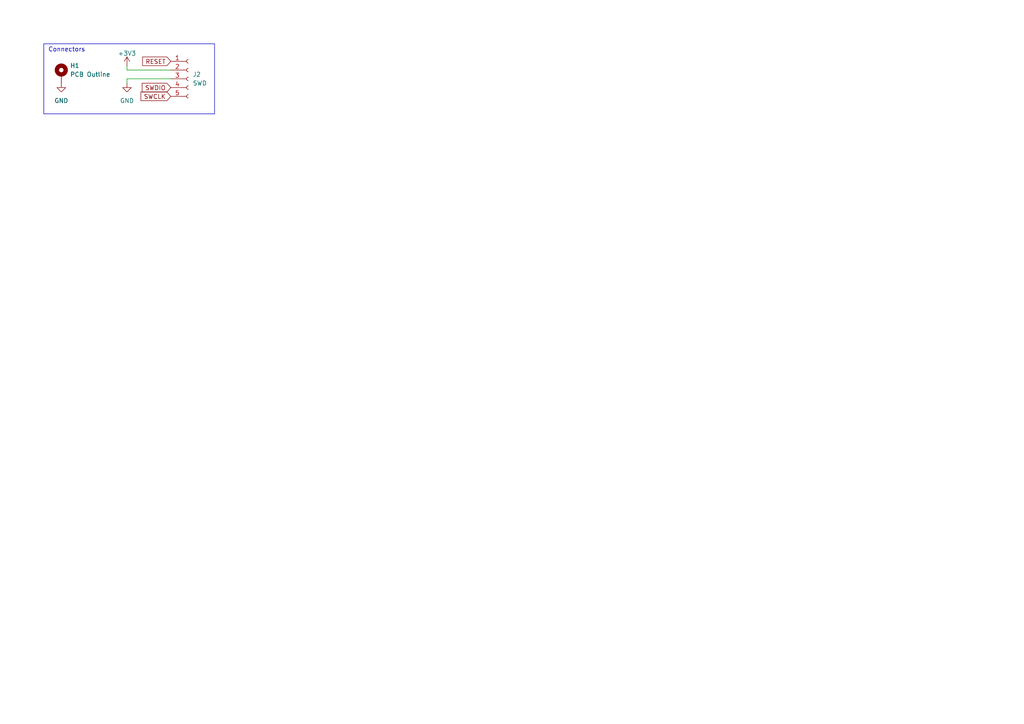
<source format=kicad_sch>
(kicad_sch (version 20230121) (generator eeschema)
  (paper "A4")
  (lib_symbols
    (symbol "Connector:Conn_01x05_Female" (pin_names (offset 1.016) hide)
      (property "Reference" "J" (at 0 7.62 0))
      (property "Value" "Conn_01x05_Female" (at 0 -7.62 0))
      (symbol "Conn_01x05_Female_1_1"
        (arc (start 0 -4.572) (mid -0.5058 -5.08) (end 0 -5.588) (stroke (width 0.1524)))
        (arc (start 0 -2.032) (mid -0.5058 -2.54) (end 0 -3.048) (stroke (width 0.1524)))
        (polyline (pts (xy -1.27 -5.08) (xy -0.508 -5.08)) (stroke (width 0.1524)))
        (polyline (pts (xy -1.27 -2.54) (xy -0.508 -2.54)) (stroke (width 0.1524)))
        (polyline (pts (xy -1.27 0) (xy -0.508 0)) (stroke (width 0.1524)))
        (polyline (pts (xy -1.27 2.54) (xy -0.508 2.54)) (stroke (width 0.1524)))
        (polyline (pts (xy -1.27 5.08) (xy -0.508 5.08)) (stroke (width 0.1524)))
        (arc (start 0 0.508) (mid -0.5058 0) (end 0 -0.508) (stroke (width 0.1524)))
        (arc (start 0 3.048) (mid -0.5058 2.54) (end 0 2.032) (stroke (width 0.1524)))
        (arc (start 0 5.588) (mid -0.5058 5.08) (end 0 4.572) (stroke (width 0.1524)))
        (pin passive line (at -5.08 5.08 0) (length 3.81) (name "Pin_1") (number "1"))
        (pin passive line (at -5.08 2.54 0) (length 3.81) (name "Pin_2") (number "2"))
        (pin passive line (at -5.08 0 0) (length 3.81) (name "Pin_3") (number "3"))
        (pin passive line (at -5.08 -2.54 0) (length 3.81) (name "Pin_4") (number "4"))
        (pin passive line (at -5.08 -5.08 0) (length 3.81) (name "Pin_5") (number "5"))
      )
    )
    (symbol "Mechanical:MountingHole_Pad" (pin_numbers hide) (pin_names (offset 1.016) hide)
      (property "Reference" "H" (at 0 6.35 0))
      (property "Value" "MountingHole_Pad" (at 0 4.445 0))
      (symbol "MountingHole_Pad_0_1"
        (circle (center 0 1.27) (radius 1.27) (stroke (width 1.27)))
      )
      (symbol "MountingHole_Pad_1_1"
        (pin input line (at 0 -2.54 90) (length 2.54) (name "1") (number "1"))
      )
    )
    (symbol "power:+3V3" (power) (pin_names (offset 0))
      (property "Value" "+3V3" (at 0 3.556 0))
      (symbol "+3V3_0_1"
        (polyline (pts (xy -0.762 1.27) (xy 0 2.54)))
        (polyline (pts (xy 0 0) (xy 0 2.54)))
        (polyline (pts (xy 0 2.54) (xy 0.762 1.27)))
      )
      (symbol "+3V3_1_1"
        (pin power_in line (at 0 0 90) (length 0) hide (name "+3V3") (number "1"))
      )
    )
    (symbol "power:GND" (power) (pin_names (offset 0))
      (property "Value" "GND" (at 0 -3.81 0))
      (symbol "GND_0_1"
        (polyline (pts (xy 0 0) (xy 0 -1.27) (xy 1.27 -1.27) (xy 0 -2.54) (xy -1.27 -1.27) (xy 0 -1.27)))
      )
      (symbol "GND_1_1"
        (pin power_in line (at 0 0 270) (length 0) hide (name "GND") (number "1"))
      )
    )
  )
  (polyline (pts (xy 62.23 12.7) (xy 62.23 33.02)))
  (polyline (pts (xy 12.7 12.7) (xy 12.7 33.02)))
  (wire (pts (xy 36.83 19.05) (xy 36.83 20.32)))
  (wire (pts (xy 36.83 22.86) (xy 49.53 22.86)))
  (polyline (pts (xy 12.7 12.7) (xy 62.23 12.7)))
  (wire (pts (xy 36.83 20.32) (xy 49.53 20.32)))
  (polyline (pts (xy 62.23 33.02) (xy 12.7 33.02)))
  (wire (pts (xy 36.83 24.13) (xy 36.83 22.86)))
  (text "Connectors\n" (at 13.97 15.24 0) (effects (font (size 1.27 1.27)) (justify left bottom)))
  (global_label "RESET" (shape input) (at 49.53 17.78 180) (property "Intersheetrefs" "${INTERSHEET_REFS}" (effects hide)))
  (global_label "SWCLK" (shape input) (at 49.53 27.94 180) (property "Intersheetrefs" "${INTERSHEET_REFS}" (effects hide)))
  (global_label "SWDIO" (shape input) (at 49.53 25.4 180) (property "Intersheetrefs" "${INTERSHEET_REFS}" (effects hide)))
  (symbol (lib_id "power:GND") (at 17.78 24.13 0) (unit 1)
    (property "Reference" "#PWR0127" (effects hide))
    (property "Value" "GND" (at 17.78 29.21 0))
  )
  (symbol (lib_id "power:GND") (at 36.83 24.13 0) (unit 1)
    (property "Reference" "#PWR0128" (effects hide))
    (property "Value" "GND" (at 36.83 29.21 0))
  )
  (symbol (lib_id "Connector:Conn_01x05_Female") (at 54.61 22.86 0) (unit 1)
    (property "Reference" "J2" (at 55.88 21.5899 0) (effects (justify left)))
    (property "Value" "SWD" (at 55.88 24.1299 0) (effects (justify left)))
    (property "Footprint" "Connector_PinHeader_2.54mm:PinHeader_1x05_P2.54mm_Vertical" (effects hide))
  )
  (symbol (lib_id "Mechanical:MountingHole_Pad") (at 17.78 21.59 0) (unit 1)
    (property "Reference" "H1" (at 20.32 19.0499 0) (effects (justify left)))
    (property "Value" "PCB Outline" (at 20.32 21.5899 0) (effects (justify left)))
  )
  (symbol (lib_id "power:+3V3") (at 36.83 19.05 0) (unit 1)
    (property "Reference" "#PWR0129" (effects hide))
    (property "Value" "+3V3" (at 36.83 15.494 0))
  )
)
</source>
